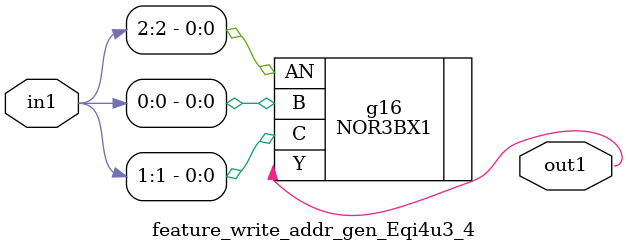
<source format=v>
`timescale 1ps / 1ps


module feature_write_addr_gen_Eqi4u3_4(in1, out1);
  input [2:0] in1;
  output out1;
  wire [2:0] in1;
  wire out1;
  NOR3BX1 g16(.AN (in1[2]), .B (in1[0]), .C (in1[1]), .Y (out1));
endmodule


</source>
